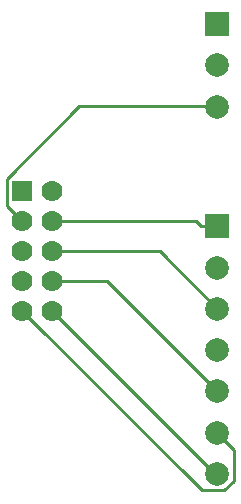
<source format=gbl>
G04 (created by PCBNEW (2013-jul-07)-stable) date Thu 17 Jan 2019 05:03:46 PM PST*
%MOIN*%
G04 Gerber Fmt 3.4, Leading zero omitted, Abs format*
%FSLAX34Y34*%
G01*
G70*
G90*
G04 APERTURE LIST*
%ADD10C,0.00590551*%
%ADD11R,0.0787402X0.0787402*%
%ADD12C,0.0787402*%
%ADD13R,0.07X0.07*%
%ADD14C,0.07*%
%ADD15C,0.01*%
G04 APERTURE END LIST*
G54D10*
G54D11*
X29000Y-29366D03*
G54D12*
X29000Y-30744D03*
X29000Y-32122D03*
X29000Y-33500D03*
X29000Y-34877D03*
X29000Y-36255D03*
X29000Y-37633D03*
X29000Y-24000D03*
G54D11*
X29000Y-22622D03*
G54D12*
X29000Y-25378D03*
G54D13*
X22500Y-28200D03*
G54D14*
X23500Y-28200D03*
X22500Y-29200D03*
X23500Y-29200D03*
X22500Y-30200D03*
X23500Y-30200D03*
X22500Y-31200D03*
X23500Y-31200D03*
X22500Y-32200D03*
X23500Y-32200D03*
G54D15*
X24404Y-25377D02*
X29000Y-25377D01*
X21999Y-27783D02*
X24404Y-25377D01*
X21999Y-28699D02*
X21999Y-27783D01*
X22500Y-29200D02*
X21999Y-28699D01*
X28290Y-29200D02*
X28456Y-29366D01*
X23500Y-29200D02*
X28290Y-29200D01*
X29000Y-29366D02*
X28456Y-29366D01*
X27077Y-30200D02*
X29000Y-32122D01*
X23500Y-30200D02*
X27077Y-30200D01*
X25322Y-31200D02*
X29000Y-34877D01*
X23500Y-31200D02*
X25322Y-31200D01*
X29559Y-36815D02*
X29000Y-36255D01*
X29559Y-37854D02*
X29559Y-36815D01*
X29236Y-38177D02*
X29559Y-37854D01*
X28477Y-38177D02*
X29236Y-38177D01*
X22500Y-32200D02*
X28477Y-38177D01*
X28933Y-37633D02*
X29000Y-37633D01*
X23500Y-32200D02*
X28933Y-37633D01*
M02*

</source>
